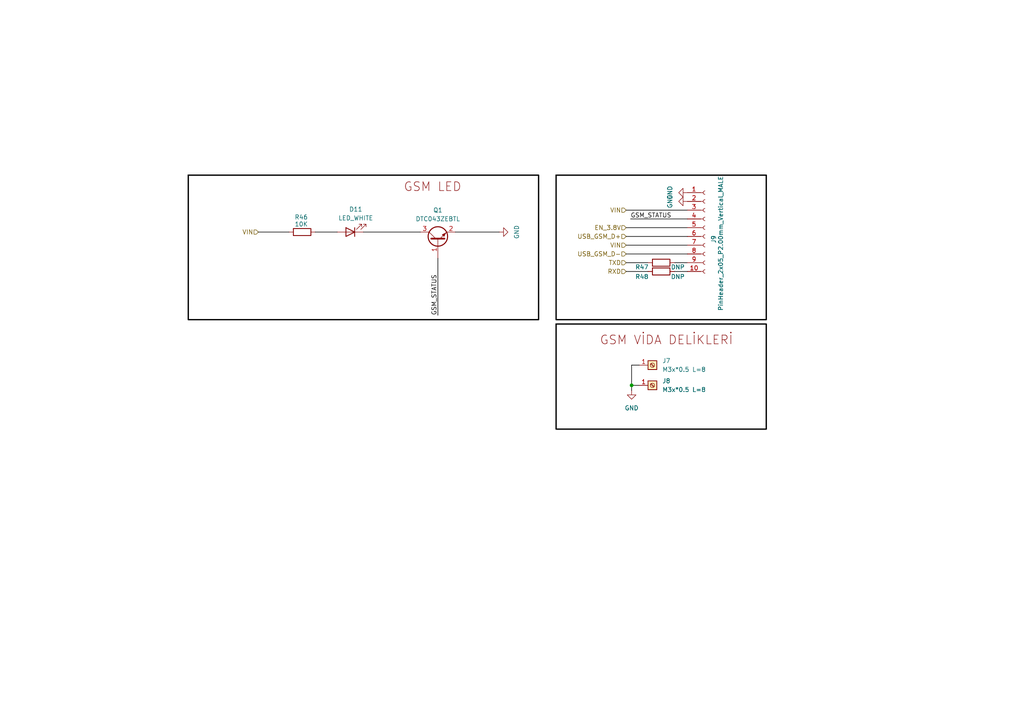
<source format=kicad_sch>
(kicad_sch (version 20231120) (generator "eeschema") (generator_version "8.0")
  (paper "A4")
  (lib_symbols
    (symbol "Connector:Conn_01x10_Socket" (pin_names (offset 1.016) hide)
      (property "Reference" "J" (at 0 12.7 0))
      (property "Value" "Conn_01x10_Socket" (at 0 -15.24 0))
      (symbol "Conn_01x10_Socket_1_1"
        (arc (start 0 -12.192) (mid -0.5058 -12.7) (end 0 -13.208) (stroke (width 0.1524)))
        (arc (start 0 -9.652) (mid -0.5058 -10.16) (end 0 -10.668) (stroke (width 0.1524)))
        (arc (start 0 -7.112) (mid -0.5058 -7.62) (end 0 -8.128) (stroke (width 0.1524)))
        (arc (start 0 -4.572) (mid -0.5058 -5.08) (end 0 -5.588) (stroke (width 0.1524)))
        (arc (start 0 -2.032) (mid -0.5058 -2.54) (end 0 -3.048) (stroke (width 0.1524)))
        (polyline (pts (xy -1.27 -12.7) (xy -0.508 -12.7)) (stroke (width 0.1524)))
        (polyline (pts (xy -1.27 -10.16) (xy -0.508 -10.16)) (stroke (width 0.1524)))
        (polyline (pts (xy -1.27 -7.62) (xy -0.508 -7.62)) (stroke (width 0.1524)))
        (polyline (pts (xy -1.27 -5.08) (xy -0.508 -5.08)) (stroke (width 0.1524)))
        (polyline (pts (xy -1.27 -2.54) (xy -0.508 -2.54)) (stroke (width 0.1524)))
        (polyline (pts (xy -1.27 0) (xy -0.508 0)) (stroke (width 0.1524)))
        (polyline (pts (xy -1.27 2.54) (xy -0.508 2.54)) (stroke (width 0.1524)))
        (polyline (pts (xy -1.27 5.08) (xy -0.508 5.08)) (stroke (width 0.1524)))
        (polyline (pts (xy -1.27 7.62) (xy -0.508 7.62)) (stroke (width 0.1524)))
        (polyline (pts (xy -1.27 10.16) (xy -0.508 10.16)) (stroke (width 0.1524)))
        (arc (start 0 0.508) (mid -0.5058 0) (end 0 -0.508) (stroke (width 0.1524)))
        (arc (start 0 3.048) (mid -0.5058 2.54) (end 0 2.032) (stroke (width 0.1524)))
        (arc (start 0 5.588) (mid -0.5058 5.08) (end 0 4.572) (stroke (width 0.1524)))
        (arc (start 0 8.128) (mid -0.5058 7.62) (end 0 7.112) (stroke (width 0.1524)))
        (arc (start 0 10.668) (mid -0.5058 10.16) (end 0 9.652) (stroke (width 0.1524)))
        (pin passive line (at -5.08 10.16 0) (length 3.81) (name "Pin_1") (number "1"))
        (pin passive line (at -5.08 -12.7 0) (length 3.81) (name "Pin_10") (number "10"))
        (pin passive line (at -5.08 7.62 0) (length 3.81) (name "Pin_2") (number "2"))
        (pin passive line (at -5.08 5.08 0) (length 3.81) (name "Pin_3") (number "3"))
        (pin passive line (at -5.08 2.54 0) (length 3.81) (name "Pin_4") (number "4"))
        (pin passive line (at -5.08 0 0) (length 3.81) (name "Pin_5") (number "5"))
        (pin passive line (at -5.08 -2.54 0) (length 3.81) (name "Pin_6") (number "6"))
        (pin passive line (at -5.08 -5.08 0) (length 3.81) (name "Pin_7") (number "7"))
        (pin passive line (at -5.08 -7.62 0) (length 3.81) (name "Pin_8") (number "8"))
        (pin passive line (at -5.08 -10.16 0) (length 3.81) (name "Pin_9") (number "9"))
      )
    )
    (symbol "Connector:Screw_Terminal_01x01" (pin_names (offset 1.016) hide)
      (property "Reference" "J23" (at 2.8515 1.2701 0))
      (property "Value" "M3x*0.5 L=8" (at 2.8515 -1.2699 0))
      (symbol "Screw_Terminal_01x01_1_1"
        (rectangle (start -1.27 1.27) (end 1.27 -1.27) (stroke (width 0.254)) (fill (type background)))
        (polyline (pts (xy -0.5334 0.3302) (xy 0.3302 -0.508)) (stroke (width 0.1524)))
        (polyline (pts (xy -0.3556 0.508) (xy 0.508 -0.3302)) (stroke (width 0.1524)))
        (circle (center 0 0) (radius 0.635) (stroke (width 0.1524)))
        (pin input line (at -3.81 0 0) (length 2.54) (name "1") (number "1"))
      )
    )
    (symbol "Device:LED" (pin_numbers hide) (pin_names (offset 1.016) hide)
      (property "Reference" "D" (at 0 2.54 0))
      (property "Value" "LED" (at 0 -2.54 0))
      (symbol "LED_0_1"
        (polyline (pts (xy -1.27 -1.27) (xy -1.27 1.27)) (stroke (width 0.254)))
        (polyline (pts (xy -1.27 0) (xy 1.27 0)))
        (polyline (pts (xy 1.27 -1.27) (xy 1.27 1.27) (xy -1.27 0) (xy 1.27 -1.27)) (stroke (width 0.254)))
        (polyline (pts (xy -3.048 -0.762) (xy -4.572 -2.286) (xy -3.81 -2.286) (xy -4.572 -2.286) (xy -4.572 -1.524)))
        (polyline (pts (xy -1.778 -0.762) (xy -3.302 -2.286) (xy -2.54 -2.286) (xy -3.302 -2.286) (xy -3.302 -1.524)))
      )
      (symbol "LED_1_1"
        (pin passive line (at -3.81 0 0) (length 2.54) (name "K") (number "1"))
        (pin passive line (at 3.81 0 180) (length 2.54) (name "A") (number "2"))
      )
    )
    (symbol "Device:R" (pin_numbers hide) (pin_names (offset 0))
      (property "Reference" "R" (at 2.032 0 90))
      (property "Value" "R" (at 0 0 90))
      (symbol "R_0_1"
        (rectangle (start -1.016 -2.54) (end 1.016 2.54) (stroke (width 0.254)))
      )
      (symbol "R_1_1"
        (pin passive line (at 0 3.81 270) (length 1.27) (name "~") (number "1"))
        (pin passive line (at 0 -3.81 90) (length 1.27) (name "~") (number "2"))
      )
    )
    (symbol "Screw_Terminal_01x01_1" (pin_names (offset 1.016) hide)
      (property "Reference" "J28" (at 2.8515 1.2701 0))
      (property "Value" "M3x*0.5 L=8" (at 2.8515 -1.2699 0))
      (symbol "Screw_Terminal_01x01_1_1_1"
        (rectangle (start -1.27 1.27) (end 1.27 -1.27) (stroke (width 0.254)) (fill (type background)))
        (polyline (pts (xy -0.5334 0.3302) (xy 0.3302 -0.508)) (stroke (width 0.1524)))
        (polyline (pts (xy -0.3556 0.508) (xy 0.508 -0.3302)) (stroke (width 0.1524)))
        (circle (center 0 0) (radius 0.635) (stroke (width 0.1524)))
        (pin input line (at -3.81 0 0) (length 2.54) (name "1") (number "1"))
      )
    )
    (symbol "Transistor_BJT:2SC1945" (pin_names (offset 0) hide)
      (property "Reference" "Q" (at 5.08 1.905 0))
      (property "Value" "2SC1945" (at 5.08 0 0))
      (symbol "2SC1945_0_1"
        (polyline (pts (xy 0 0) (xy 0.635 0)))
        (polyline (pts (xy 2.54 2.54) (xy 0.635 0.635)))
        (polyline (pts (xy 0.635 1.905) (xy 0.635 -1.905) (xy 0.635 -1.905)) (stroke (width 0.508)))
        (polyline (pts (xy 2.286 -2.286) (xy 1.778 -1.778) (xy 1.778 -1.778)))
        (polyline (pts (xy 2.54 -2.54) (xy 0.635 -0.635) (xy 1.27 -1.27)) (fill (type outline)))
        (polyline (pts (xy 1.27 -1.778) (xy 1.778 -1.27) (xy 2.286 -2.286) (xy 1.27 -1.778) (xy 1.27 -1.778)) (fill (type outline)))
        (circle (center 1.27 0) (radius 2.8194) (stroke (width 0.3048)))
      )
      (symbol "2SC1945_1_1"
        (pin input line (at -5.08 0 0) (length 5.08) (name "B") (number "1"))
        (pin passive line (at 2.54 -5.08 90) (length 2.54) (name "E") (number "2"))
        (pin passive line (at 2.54 5.08 270) (length 2.54) (name "C") (number "3"))
      )
    )
    (symbol "power:GND" (power) (pin_names (offset 0))
      (property "Value" "GND" (at 0 -3.81 0))
      (symbol "GND_0_1"
        (polyline (pts (xy 0 0) (xy 0 -1.27) (xy 1.27 -1.27) (xy 0 -2.54) (xy -1.27 -1.27) (xy 0 -1.27)))
      )
      (symbol "GND_1_1"
        (pin power_in line (at 0 0 270) (length 0) hide (name "GND") (number "1"))
      )
    )
  )
  (junction (at 183.1915 111.76))
  (wire (pts (xy 181.61 73.66) (xy 199.39 73.66)) (stroke (width 0.1778) (color 0 0 0 1)))
  (wire (pts (xy 183.1915 111.76) (xy 183.1915 105.9098)) (stroke (width 0.1778) (color 0 0 0 1)))
  (wire (pts (xy 183.1915 111.76) (xy 185.42 111.76)) (stroke (width 0.1778) (color 0 0 0 1)))
  (wire (pts (xy 181.61 66.04) (xy 199.39 66.04)) (stroke (width 0.1778) (color 0 0 0 1)))
  (wire (pts (xy 183.1915 105.9098) (xy 185.42 105.9098)) (stroke (width 0.1778) (color 0 0 0 1)))
  (wire (pts (xy 127 91.44) (xy 127 74.93)) (stroke (width 0.1778) (color 0 0 0 1)))
  (wire (pts (xy 181.61 78.74) (xy 187.96 78.74)) (stroke (width 0.1778) (color 0 0 0 1)))
  (wire (pts (xy 105.41 67.31) (xy 121.92 67.31)) (stroke (width 0.1778) (color 0 0 0 1)))
  (wire (pts (xy 195.58 78.74) (xy 199.39 78.74)) (stroke (width 0.1778) (color 0 0 0 1)))
  (wire (pts (xy 91.44 67.31) (xy 97.79 67.31)) (stroke (width 0.1778) (color 0 0 0 1)))
  (wire (pts (xy 182.88 63.5) (xy 199.39 63.5)) (stroke (width 0.1778) (color 0 0 0 1)))
  (wire (pts (xy 181.61 60.96) (xy 199.39 60.96)) (stroke (width 0.1778) (color 0 0 0 1)))
  (wire (pts (xy 181.61 71.12) (xy 199.39 71.12)) (stroke (width 0.1778) (color 0 0 0 1)))
  (wire (pts (xy 132.08 67.31) (xy 144.78 67.31)) (stroke (width 0.1778) (color 0 0 0 1)))
  (wire (pts (xy 183.1915 113.263) (xy 183.1915 111.76)) (stroke (width 0.1778) (color 0 0 0 1)))
  (wire (pts (xy 181.61 76.2) (xy 187.96 76.2)) (stroke (width 0.1778) (color 0 0 0 1)))
  (wire (pts (xy 195.58 76.2) (xy 199.39 76.2)) (stroke (width 0.1778) (color 0 0 0 1)))
  (wire (pts (xy 74.93 67.31) (xy 83.82 67.31)) (stroke (width 0.1778) (color 0 0 0 1)))
  (wire (pts (xy 181.61 68.58) (xy 199.39 68.58)) (stroke (width 0.1778) (color 0 0 0 1)))
  (rectangle (start 161.29 93.98) (end 222.25 124.46) (stroke (width 0.381) (color 0 0 0 1)))
  (rectangle (start 54.61 50.8) (end 156.21 92.71) (stroke (width 0.381) (color 0 0 0 1)))
  (rectangle (start 161.29 50.8) (end 222.25 92.71) (stroke (width 0.381) (color 0 0 0 1)))
  (text "GSM VİDA DELİKLERİ\n" (at 193.294 98.806 0) (effects (font (size 2.54 2.54))))
  (text "GSM LED" (at 125.476 54.356 0) (effects (font (size 2.54 2.54))))
  (label "GSM_STATUS" (at 127 91.44 90))
  (label "GSM_STATUS" (at 182.88 63.5 0))
  (hierarchical_label "RXD" (shape input) (at 181.61 78.74 180))
  (hierarchical_label "VIN" (shape input) (at 181.61 60.96 180))
  (hierarchical_label "EN_3.8V" (shape input) (at 181.61 66.04 180))
  (hierarchical_label "TXD" (shape input) (at 181.61 76.2 180))
  (hierarchical_label "USB_GSM_D+" (shape input) (at 181.61 68.58 180))
  (hierarchical_label "USB_GSM_D-" (shape input) (at 181.61 73.66 180))
  (hierarchical_label "VIN" (shape input) (at 181.61 71.12 180))
  (hierarchical_label "VIN" (shape input) (at 74.93 67.31 180))
  (symbol (lib_id "Device:R") (at 191.77 78.74 270) (unit 1)
    (property "Reference" "R48" (at 186.182 80.264 90))
    (property "Value" "DNP" (at 196.596 80.264 90))
    (property "Footprint" "Resistor_SMD:R_0603_1608Metric" (effects (hide yes)))
  )
  (symbol (lib_id "power:GND") (at 183.1915 113.263 0) (unit 1)
    (property "Reference" "#PWR073" (effects (hide yes)))
    (property "Value" "GND" (at 183.1915 118.343 0))
  )
  (symbol (lib_id "power:GND") (at 144.78 67.31 90) (unit 1)
    (property "Reference" "#PWR072" (effects (hide yes)))
    (property "Value" "GND" (at 149.86 67.31 0))
  )
  (symbol (lib_id "Connector:Screw_Terminal_01x01") (at 189.23 105.9098 0) (unit 1)
    (property "Reference" "J7" (at 192.0815 104.6397 0) (effects (justify left)))
    (property "Value" "M3x*0.5 L=8" (at 192.0815 107.1797 0) (effects (justify left)))
    (property "Footprint" "Footprint Library:Screw Terminal Shinbo" (effects (hide yes)))
    (property "Description" "Board mounting elevator    M3 hole size, 4 pins PCB-64-M3" (effects (hide yes)))
    (property "MPN" "SMTSO-M3-8ET" (effects (hide yes)))
  )
  (symbol (lib_id "Device:R") (at 87.63 67.31 270) (unit 1)
    (property "Reference" "R46" (at 87.376 62.992 90))
    (property "Value" "10K" (at 87.376 65.024 90))
    (property "Footprint" "Resistor_SMD:R_0603_1608Metric" (effects (hide yes)))
  )
  (symbol (lib_id "Transistor_BJT:2SC1945") (at 127 69.85 90) (unit 1)
    (property "Reference" "Q1" (at 127 60.96 90))
    (property "Value" "DTC043ZEBTL" (at 127 63.5 90))
    (property "Footprint" "Package_TO_SOT_SMD:SOT-416" (effects (hide yes)))
    (property "MPN" "DTC043ZEBTL" (effects (hide yes)))
  )
  (symbol (lib_name "Screw_Terminal_01x01_1") (lib_id "Connector:Screw_Terminal_01x01") (at 189.23 111.76 0) (unit 1)
    (property "Reference" "J8" (at 192.0815 110.4899 0) (effects (justify left)))
    (property "Value" "M3x*0.5 L=8" (at 192.0815 113.0299 0) (effects (justify left)))
    (property "Footprint" "Footprint Library:Screw Terminal Shinbo" (effects (hide yes)))
    (property "Description" "Board mounting elevator    M3 hole size, 4 pins PCB-64-M3" (effects (hide yes)))
    (property "MPN" "SMTSO-M3-8ET" (effects (hide yes)))
  )
  (symbol (lib_id "Device:LED") (at 101.6 67.31 180) (unit 1)
    (property "Reference" "D11" (at 103.1875 60.706 0))
    (property "Value" "LED_WHITE" (at 103.1875 63.246 0))
    (property "Footprint" "LED_SMD:LED_0603_1608Metric" (effects (hide yes)))
    (property "Description" "Light emitting diode" (effects (hide yes)))
    (property "MPN" "0603 翠绿色 LED" (effects (hide yes)))
  )
  (symbol (lib_id "Connector:Conn_01x10_Socket") (at 204.47 66.04 0) (unit 1)
    (property "Reference" "J9" (at 207.01 70.612 90) (effects (justify left)))
    (property "Value" "PinHeader_2x05_P2.00mm_Vertical_MALE" (at 209.042 90.17 90) (effects (justify left)))
    (property "Footprint" "Connector_PinHeader_2.00mm:PinHeader_2x05_P2.00mm_Vertical" (effects (hide yes)))
    (property "Description" "Generic connector, single row, 01x10, script generated" (effects (hide yes)))
    (property "MPN" "PinHeader_2x05_P2.00mm_Vertical_MALE" (effects (hide yes)))
  )
  (symbol (lib_id "Device:R") (at 191.77 76.2 270) (unit 1)
    (property "Reference" "R47" (at 186.182 77.47 90))
    (property "Value" "DNP" (at 196.596 77.47 90))
    (property "Footprint" "Resistor_SMD:R_0603_1608Metric" (effects (hide yes)))
  )
  (symbol (lib_id "power:GND") (at 199.39 58.42 270) (unit 1)
    (property "Reference" "#PWR075" (effects (hide yes)))
    (property "Value" "GND" (at 194.31 58.42 0))
  )
  (symbol (lib_id "power:GND") (at 199.39 55.88 270) (unit 1)
    (property "Reference" "#PWR074" (effects (hide yes)))
    (property "Value" "GND" (at 194.31 55.88 0))
  )
)
</source>
